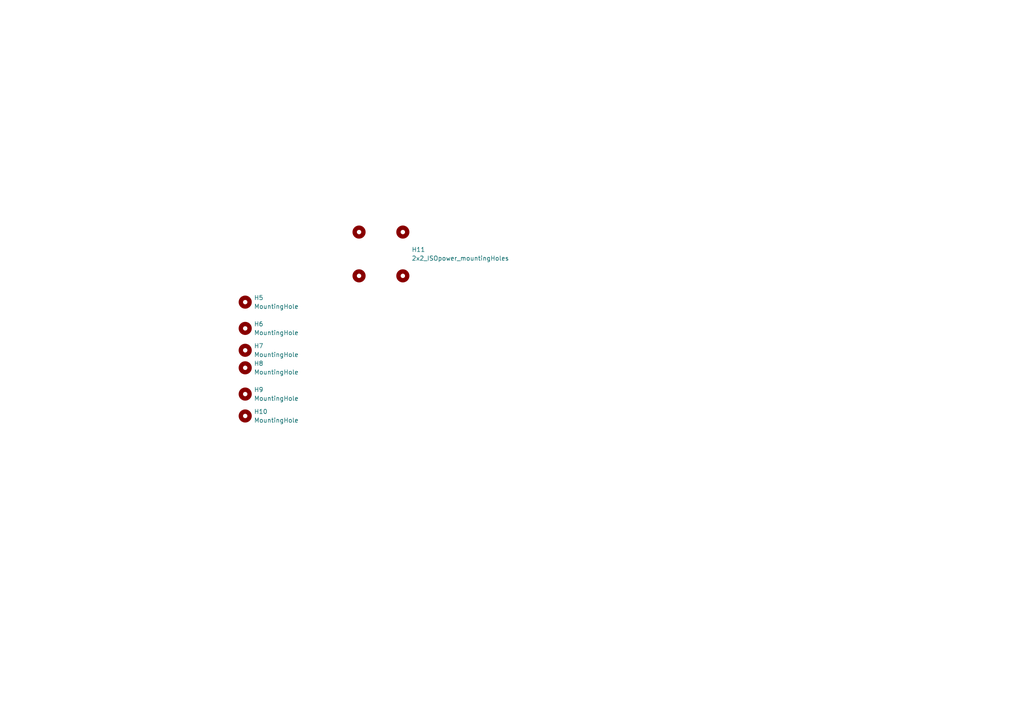
<source format=kicad_sch>
(kicad_sch (version 20211123) (generator eeschema)
  (paper "A4")
  (lib_symbols
    (symbol "000_Mechanical_Immo:2x2_ISOpower_mountingHoles" (pin_names (offset 1.016))
      (property "Reference" "H" (at 0 5.08 0))
      (property "Value" "2x2_ISOpower_mountingHoles" (at 0 3.175 0))
      (symbol "2x2_ISOpower_mountingHoles_0_1"
        (circle (center 0 -12.7) (radius 1.27) (stroke (width 1.27)))
        (circle (center 0 0) (radius 1.27) (stroke (width 1.27)))
        (circle (center 12.7 -12.7) (radius 1.27) (stroke (width 1.27)))
        (circle (center 12.7 0) (radius 1.27) (stroke (width 1.27)))
      )
    )
    (symbol "Mechanical:MountingHole" (pin_names (offset 1.016))
      (property "Reference" "H" (at 0 5.08 0))
      (property "Value" "MountingHole" (at 0 3.175 0))
      (symbol "MountingHole_0_1"
        (circle (center 0 0) (radius 1.27) (stroke (width 1.27)))
      )
    )
  )
  (symbol (lib_id "Mechanical:MountingHole") (at 71.12 120.65 0) (unit 1)
    (property "Reference" "H10" (at 73.66 119.3799 0) (effects (justify left)))
    (property "Value" "MountingHole" (at 73.66 121.9199 0) (effects (justify left)))
    (property "Footprint" "MountingHole:MountingHole_3.2mm_M3" (effects hide))
  )
  (symbol (lib_id "Mechanical:MountingHole") (at 71.12 114.3 0) (unit 1)
    (property "Reference" "H9" (at 73.66 113.0299 0) (effects (justify left)))
    (property "Value" "MountingHole" (at 73.66 115.5699 0) (effects (justify left)))
    (property "Footprint" "MountingHole:MountingHole_3.2mm_M3" (effects hide))
  )
  (symbol (lib_id "Mechanical:MountingHole") (at 71.12 95.25 0) (unit 1)
    (property "Reference" "H6" (at 73.66 93.9799 0) (effects (justify left)))
    (property "Value" "MountingHole" (at 73.66 96.5199 0) (effects (justify left)))
    (property "Footprint" "MountingHole:MountingHole_3.2mm_M3" (effects hide))
  )
  (symbol (lib_id "Mechanical:MountingHole") (at 71.12 87.63 0) (unit 1)
    (property "Reference" "H5" (at 73.66 86.3599 0) (effects (justify left)))
    (property "Value" "MountingHole" (at 73.66 88.8999 0) (effects (justify left)))
    (property "Footprint" "MountingHole:MountingHole_3.2mm_M3" (effects hide))
  )
  (symbol (lib_id "000_Mechanical_Immo:2x2_ISOpower_mountingHoles") (at 104.14 67.31 0) (unit 1)
    (property "Reference" "H11" (at 119.38 72.3899 0) (effects (justify left)))
    (property "Value" "2x2_ISOpower_mountingHoles" (at 119.38 74.9299 0) (effects (justify left)))
    (property "Footprint" "MountingHole:ISOpower_4xmounting_M3" (effects hide))
  )
  (symbol (lib_id "Mechanical:MountingHole") (at 71.12 101.6 0) (unit 1)
    (property "Reference" "H7" (at 73.66 100.3299 0) (effects (justify left)))
    (property "Value" "MountingHole" (at 73.66 102.8699 0) (effects (justify left)))
    (property "Footprint" "MountingHole:MountingHole_3.2mm_M3" (effects hide))
  )
  (symbol (lib_id "Mechanical:MountingHole") (at 71.12 106.68 0) (unit 1)
    (property "Reference" "H8" (at 73.66 105.4099 0) (effects (justify left)))
    (property "Value" "MountingHole" (at 73.66 107.9499 0) (effects (justify left)))
    (property "Footprint" "MountingHole:MountingHole_3.2mm_M3" (effects hide))
  )
)
</source>
